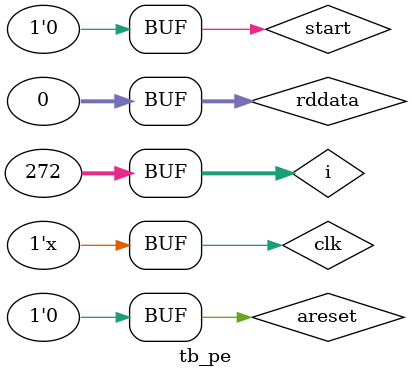
<source format=v>
`timescale 1ns / 1ps



module tb_pe();

reg start;
reg areset;
reg clk;
reg [31:0] rddata; 
wire [8:0] raddr;
wire done;
wire [31:0] w0;
wire [31:0] w1;
wire [31:0] w2;
wire [31:0] w3;
wire [31:0] w4;
wire [31:0] w5;
wire [31:0] w6;
wire [31:0] w7;
wire [31:0] w8;
wire [31:0] w9;
wire [31:0] w10;
wire [31:0] w11;
wire [31:0] w12;
wire [31:0] w13;
wire [31:0] w14;
wire [31:0] w15;





//wire dv;
//wire[2:0] state;

integer i;


initial begin

clk =0;
areset = 1;

#10;

start =1;
#10 start= 0;
#5;


for(i=0; i<272; i=i+1)begin
     rddata = $urandom%(2**31);
     rddata = {7'b0100000, rddata[24:0]};
     #10;
     
end
rddata = 0;

#3000;
areset =0;







end



always #5 clk = ~clk;




pe_control pe(
.start(start),
.areset(areset),
.clk(clk),
.rddata(rddata),
.raddr(raddr),
.done(done),
.wrdata0(w0),
.wrdata1(w1),
.wrdata2(w2),
.wrdata3(w3),
.wrdata4(w4),
.wrdata5(w5),
.wrdata6(w6),
.wrdata7(w7),
.wrdata8(w8),
.wrdata9(w9),
.wrdata10(w10),
.wrdata11(w11),
.wrdata12(w12),
.wrdata13(w13),
.wrdata14(w14),
.wrdata15(w15)

//.dvalid(dv),
//.state(state)
);


endmodule

</source>
